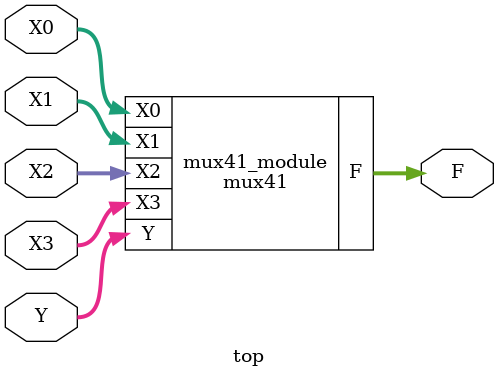
<source format=v>
module mux41(
    input [1:0] X0,
    input [1:0] X1,
    input [1:0] X2,
    input [1:0] X3,
    input [1:0] Y,
    output reg [1:0] F

);
	always@(*) begin
		case(Y)
			2'b00: F = X0;
			2'b01: F = X1;
			2'b10: F = X2;
			2'b11: F = X3;
			default: F = 2'b00;
		endcase
	end
endmodule

module top(
	input  [1:0] X0,X1,X2,X3,
	input  [1:0] Y,
	output reg [1:0] F
	);
	mux41 mux41_module(
		.X0(X0), .X1(X1), .X2(X2), .X3(X3),
		.Y(Y), .F(F)
	);
	endmodule


</source>
